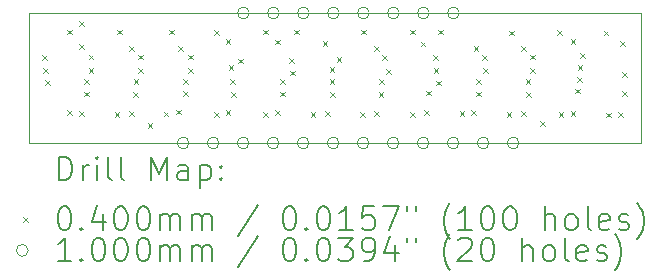
<source format=gbr>
%TF.GenerationSoftware,KiCad,Pcbnew,7.99.0-3522-gc5520b3eef-dirty*%
%TF.CreationDate,2023-12-16T18:04:05+00:00*%
%TF.ProjectId,display module,64697370-6c61-4792-906d-6f64756c652e,rev?*%
%TF.SameCoordinates,Original*%
%TF.FileFunction,Drillmap*%
%TF.FilePolarity,Positive*%
%FSLAX45Y45*%
G04 Gerber Fmt 4.5, Leading zero omitted, Abs format (unit mm)*
G04 Created by KiCad (PCBNEW 7.99.0-3522-gc5520b3eef-dirty) date 2023-12-16 18:04:05*
%MOMM*%
%LPD*%
G01*
G04 APERTURE LIST*
%ADD10C,0.100000*%
%ADD11C,0.200000*%
G04 APERTURE END LIST*
D10*
X13092820Y-5060000D02*
X18280000Y-5060000D01*
X18280000Y-6160000D01*
X13092820Y-6160000D01*
X13092820Y-5060000D01*
D11*
D10*
X13203614Y-5417573D02*
X13243614Y-5457573D01*
X13243614Y-5417573D02*
X13203614Y-5457573D01*
X13212603Y-5528546D02*
X13252603Y-5568546D01*
X13252603Y-5528546D02*
X13212603Y-5568546D01*
X13230000Y-5630000D02*
X13270000Y-5670000D01*
X13270000Y-5630000D02*
X13230000Y-5670000D01*
X13420000Y-5200000D02*
X13460000Y-5240000D01*
X13460000Y-5200000D02*
X13420000Y-5240000D01*
X13420000Y-5880000D02*
X13460000Y-5920000D01*
X13460000Y-5880000D02*
X13420000Y-5920000D01*
X13520000Y-5127550D02*
X13560000Y-5167550D01*
X13560000Y-5127550D02*
X13520000Y-5167550D01*
X13520000Y-5320000D02*
X13560000Y-5360000D01*
X13560000Y-5320000D02*
X13520000Y-5360000D01*
X13520000Y-5887550D02*
X13560000Y-5927550D01*
X13560000Y-5887550D02*
X13520000Y-5927550D01*
X13560000Y-5620000D02*
X13600000Y-5660000D01*
X13600000Y-5620000D02*
X13560000Y-5660000D01*
X13561087Y-5725720D02*
X13601087Y-5765720D01*
X13601087Y-5725720D02*
X13561087Y-5765720D01*
X13600000Y-5412500D02*
X13640000Y-5452500D01*
X13640000Y-5412500D02*
X13600000Y-5452500D01*
X13600000Y-5523073D02*
X13640000Y-5563073D01*
X13640000Y-5523073D02*
X13600000Y-5563073D01*
X13820000Y-5900000D02*
X13860000Y-5940000D01*
X13860000Y-5900000D02*
X13820000Y-5940000D01*
X13840000Y-5200000D02*
X13880000Y-5240000D01*
X13880000Y-5200000D02*
X13840000Y-5240000D01*
X13940000Y-5340000D02*
X13980000Y-5380000D01*
X13980000Y-5340000D02*
X13940000Y-5380000D01*
X13940000Y-5887550D02*
X13980000Y-5927550D01*
X13980000Y-5887550D02*
X13940000Y-5927550D01*
X13978342Y-5727023D02*
X14018342Y-5767023D01*
X14018342Y-5727023D02*
X13978342Y-5767023D01*
X13980000Y-5620000D02*
X14020000Y-5660000D01*
X14020000Y-5620000D02*
X13980000Y-5660000D01*
X14020000Y-5412500D02*
X14060000Y-5452500D01*
X14060000Y-5412500D02*
X14020000Y-5452500D01*
X14020000Y-5523073D02*
X14060000Y-5563073D01*
X14060000Y-5523073D02*
X14020000Y-5563073D01*
X14100000Y-5992450D02*
X14140000Y-6032450D01*
X14140000Y-5992450D02*
X14100000Y-6032450D01*
X14234741Y-5893426D02*
X14274741Y-5933426D01*
X14274741Y-5893426D02*
X14234741Y-5933426D01*
X14280000Y-5200000D02*
X14320000Y-5240000D01*
X14320000Y-5200000D02*
X14280000Y-5240000D01*
X14340000Y-5877550D02*
X14380000Y-5917550D01*
X14380000Y-5877550D02*
X14340000Y-5917550D01*
X14360000Y-5340000D02*
X14400000Y-5380000D01*
X14400000Y-5340000D02*
X14360000Y-5380000D01*
X14399403Y-5719948D02*
X14439403Y-5759948D01*
X14439403Y-5719948D02*
X14399403Y-5759948D01*
X14400000Y-5620000D02*
X14440000Y-5660000D01*
X14440000Y-5620000D02*
X14400000Y-5660000D01*
X14440000Y-5412500D02*
X14480000Y-5452500D01*
X14480000Y-5412500D02*
X14440000Y-5452500D01*
X14440000Y-5523073D02*
X14480000Y-5563073D01*
X14480000Y-5523073D02*
X14440000Y-5563073D01*
X14660000Y-5900000D02*
X14700000Y-5940000D01*
X14700000Y-5900000D02*
X14660000Y-5940000D01*
X14661250Y-5201250D02*
X14701250Y-5241250D01*
X14701250Y-5201250D02*
X14661250Y-5241250D01*
X14760000Y-5280000D02*
X14800000Y-5320000D01*
X14800000Y-5280000D02*
X14760000Y-5320000D01*
X14760000Y-5880000D02*
X14800000Y-5920000D01*
X14800000Y-5880000D02*
X14760000Y-5920000D01*
X14784464Y-5501390D02*
X14824464Y-5541390D01*
X14824464Y-5501390D02*
X14784464Y-5541390D01*
X14800000Y-5620000D02*
X14840000Y-5660000D01*
X14840000Y-5620000D02*
X14800000Y-5660000D01*
X14807044Y-5726436D02*
X14847044Y-5766436D01*
X14847044Y-5726436D02*
X14807044Y-5766436D01*
X14867420Y-5445637D02*
X14907420Y-5485637D01*
X14907420Y-5445637D02*
X14867420Y-5485637D01*
X15076250Y-5200000D02*
X15116250Y-5240000D01*
X15116250Y-5200000D02*
X15076250Y-5240000D01*
X15080000Y-5900000D02*
X15120000Y-5940000D01*
X15120000Y-5900000D02*
X15080000Y-5940000D01*
X15180000Y-5880000D02*
X15220000Y-5920000D01*
X15220000Y-5880000D02*
X15180000Y-5920000D01*
X15181930Y-5284390D02*
X15221930Y-5324390D01*
X15221930Y-5284390D02*
X15181930Y-5324390D01*
X15220000Y-5620000D02*
X15260000Y-5660000D01*
X15260000Y-5620000D02*
X15220000Y-5660000D01*
X15220751Y-5725888D02*
X15260751Y-5765888D01*
X15260751Y-5725888D02*
X15220751Y-5765888D01*
X15296594Y-5443678D02*
X15336594Y-5483678D01*
X15336594Y-5443678D02*
X15296594Y-5483678D01*
X15306927Y-5547550D02*
X15346927Y-5587550D01*
X15346927Y-5547550D02*
X15306927Y-5587550D01*
X15340000Y-5200000D02*
X15380000Y-5240000D01*
X15380000Y-5200000D02*
X15340000Y-5240000D01*
X15480000Y-5900000D02*
X15520000Y-5940000D01*
X15520000Y-5900000D02*
X15480000Y-5940000D01*
X15580700Y-5300000D02*
X15620700Y-5340000D01*
X15620700Y-5300000D02*
X15580700Y-5340000D01*
X15600000Y-5887550D02*
X15640000Y-5927550D01*
X15640000Y-5887550D02*
X15600000Y-5927550D01*
X15640000Y-5520050D02*
X15680000Y-5560050D01*
X15680000Y-5520050D02*
X15640000Y-5560050D01*
X15640000Y-5620000D02*
X15680000Y-5660000D01*
X15680000Y-5620000D02*
X15640000Y-5660000D01*
X15644606Y-5726591D02*
X15684606Y-5766591D01*
X15684606Y-5726591D02*
X15644606Y-5766591D01*
X15699665Y-5432023D02*
X15739665Y-5472023D01*
X15739665Y-5432023D02*
X15699665Y-5472023D01*
X15900000Y-5900000D02*
X15940000Y-5940000D01*
X15940000Y-5900000D02*
X15900000Y-5940000D01*
X15906250Y-5200000D02*
X15946250Y-5240000D01*
X15946250Y-5200000D02*
X15906250Y-5240000D01*
X16020000Y-5340000D02*
X16060000Y-5380000D01*
X16060000Y-5340000D02*
X16020000Y-5380000D01*
X16020000Y-5887550D02*
X16060000Y-5927550D01*
X16060000Y-5887550D02*
X16020000Y-5927550D01*
X16055993Y-5728347D02*
X16095993Y-5768347D01*
X16095993Y-5728347D02*
X16055993Y-5768347D01*
X16060000Y-5620000D02*
X16100000Y-5660000D01*
X16100000Y-5620000D02*
X16060000Y-5660000D01*
X16083725Y-5417001D02*
X16123725Y-5457001D01*
X16123725Y-5417001D02*
X16083725Y-5457001D01*
X16116500Y-5537373D02*
X16156500Y-5577373D01*
X16156500Y-5537373D02*
X16116500Y-5577373D01*
X16320000Y-5200000D02*
X16360000Y-5240000D01*
X16360000Y-5200000D02*
X16320000Y-5240000D01*
X16320000Y-5900000D02*
X16360000Y-5940000D01*
X16360000Y-5900000D02*
X16320000Y-5940000D01*
X16410700Y-5300882D02*
X16450700Y-5340882D01*
X16450700Y-5300882D02*
X16410700Y-5340882D01*
X16440000Y-5880000D02*
X16480000Y-5920000D01*
X16480000Y-5880000D02*
X16440000Y-5920000D01*
X16455758Y-5716966D02*
X16495758Y-5756966D01*
X16495758Y-5716966D02*
X16455758Y-5756966D01*
X16518344Y-5413142D02*
X16558344Y-5453142D01*
X16558344Y-5413142D02*
X16518344Y-5453142D01*
X16520000Y-5523073D02*
X16560000Y-5563073D01*
X16560000Y-5523073D02*
X16520000Y-5563073D01*
X16540000Y-5631500D02*
X16580000Y-5671500D01*
X16580000Y-5631500D02*
X16540000Y-5671500D01*
X16560000Y-5200000D02*
X16600000Y-5240000D01*
X16600000Y-5200000D02*
X16560000Y-5240000D01*
X16740000Y-5892450D02*
X16780000Y-5932450D01*
X16780000Y-5892450D02*
X16740000Y-5932450D01*
X16840000Y-5880000D02*
X16880000Y-5920000D01*
X16880000Y-5880000D02*
X16840000Y-5920000D01*
X16860000Y-5340000D02*
X16900000Y-5380000D01*
X16900000Y-5340000D02*
X16860000Y-5380000D01*
X16880000Y-5620000D02*
X16920000Y-5660000D01*
X16920000Y-5620000D02*
X16880000Y-5660000D01*
X16880751Y-5725888D02*
X16920751Y-5765888D01*
X16920751Y-5725888D02*
X16880751Y-5765888D01*
X16933922Y-5414512D02*
X16973922Y-5454512D01*
X16973922Y-5414512D02*
X16933922Y-5454512D01*
X16940000Y-5523073D02*
X16980000Y-5563073D01*
X16980000Y-5523073D02*
X16940000Y-5563073D01*
X17140000Y-5900000D02*
X17180000Y-5940000D01*
X17180000Y-5900000D02*
X17140000Y-5940000D01*
X17160000Y-5207550D02*
X17200000Y-5247550D01*
X17200000Y-5207550D02*
X17160000Y-5247550D01*
X17260000Y-5340000D02*
X17300000Y-5380000D01*
X17300000Y-5340000D02*
X17260000Y-5380000D01*
X17260000Y-5887550D02*
X17300000Y-5927550D01*
X17300000Y-5887550D02*
X17260000Y-5927550D01*
X17300000Y-5620000D02*
X17340000Y-5660000D01*
X17340000Y-5620000D02*
X17300000Y-5660000D01*
X17304606Y-5726591D02*
X17344606Y-5766591D01*
X17344606Y-5726591D02*
X17304606Y-5766591D01*
X17340000Y-5412500D02*
X17380000Y-5452500D01*
X17380000Y-5412500D02*
X17340000Y-5452500D01*
X17340000Y-5523073D02*
X17380000Y-5563073D01*
X17380000Y-5523073D02*
X17340000Y-5563073D01*
X17420000Y-5972450D02*
X17460000Y-6012450D01*
X17460000Y-5972450D02*
X17420000Y-6012450D01*
X17566250Y-5206250D02*
X17606250Y-5246250D01*
X17606250Y-5206250D02*
X17566250Y-5246250D01*
X17580000Y-5900000D02*
X17620000Y-5940000D01*
X17620000Y-5900000D02*
X17580000Y-5940000D01*
X17680000Y-5280000D02*
X17720000Y-5320000D01*
X17720000Y-5280000D02*
X17680000Y-5320000D01*
X17680000Y-5887550D02*
X17720000Y-5927550D01*
X17720000Y-5887550D02*
X17680000Y-5927550D01*
X17720000Y-5700000D02*
X17760000Y-5740000D01*
X17760000Y-5700000D02*
X17720000Y-5740000D01*
X17738770Y-5601230D02*
X17778770Y-5641230D01*
X17778770Y-5601230D02*
X17738770Y-5641230D01*
X17740000Y-5500000D02*
X17780000Y-5540000D01*
X17780000Y-5500000D02*
X17740000Y-5540000D01*
X17759675Y-5400278D02*
X17799675Y-5440278D01*
X17799675Y-5400278D02*
X17759675Y-5440278D01*
X17960000Y-5207550D02*
X18000000Y-5247550D01*
X18000000Y-5207550D02*
X17960000Y-5247550D01*
X17982581Y-5902550D02*
X18022581Y-5942550D01*
X18022581Y-5902550D02*
X17982581Y-5942550D01*
X18082497Y-5899935D02*
X18122497Y-5939935D01*
X18122497Y-5899935D02*
X18082497Y-5939935D01*
X18100000Y-5300000D02*
X18140000Y-5340000D01*
X18140000Y-5300000D02*
X18100000Y-5340000D01*
X18120000Y-5560000D02*
X18160000Y-5600000D01*
X18160000Y-5560000D02*
X18120000Y-5600000D01*
X18120000Y-5720000D02*
X18160000Y-5760000D01*
X18160000Y-5720000D02*
X18120000Y-5760000D01*
X14450000Y-6160000D02*
G75*
G02*
X14450000Y-6160000I-50000J0D01*
G01*
X14704000Y-6160000D02*
G75*
G02*
X14704000Y-6160000I-50000J0D01*
G01*
X14958000Y-6160000D02*
G75*
G02*
X14958000Y-6160000I-50000J0D01*
G01*
X14960000Y-5060000D02*
G75*
G02*
X14960000Y-5060000I-50000J0D01*
G01*
X15212000Y-6160000D02*
G75*
G02*
X15212000Y-6160000I-50000J0D01*
G01*
X15214000Y-5060000D02*
G75*
G02*
X15214000Y-5060000I-50000J0D01*
G01*
X15466000Y-6160000D02*
G75*
G02*
X15466000Y-6160000I-50000J0D01*
G01*
X15468000Y-5060000D02*
G75*
G02*
X15468000Y-5060000I-50000J0D01*
G01*
X15720000Y-6160000D02*
G75*
G02*
X15720000Y-6160000I-50000J0D01*
G01*
X15722000Y-5060000D02*
G75*
G02*
X15722000Y-5060000I-50000J0D01*
G01*
X15974000Y-6160000D02*
G75*
G02*
X15974000Y-6160000I-50000J0D01*
G01*
X15976000Y-5060000D02*
G75*
G02*
X15976000Y-5060000I-50000J0D01*
G01*
X16228000Y-6160000D02*
G75*
G02*
X16228000Y-6160000I-50000J0D01*
G01*
X16230000Y-5060000D02*
G75*
G02*
X16230000Y-5060000I-50000J0D01*
G01*
X16482000Y-6160000D02*
G75*
G02*
X16482000Y-6160000I-50000J0D01*
G01*
X16484000Y-5060000D02*
G75*
G02*
X16484000Y-5060000I-50000J0D01*
G01*
X16736000Y-6160000D02*
G75*
G02*
X16736000Y-6160000I-50000J0D01*
G01*
X16738000Y-5060000D02*
G75*
G02*
X16738000Y-5060000I-50000J0D01*
G01*
X16990000Y-6160000D02*
G75*
G02*
X16990000Y-6160000I-50000J0D01*
G01*
X17244000Y-6160000D02*
G75*
G02*
X17244000Y-6160000I-50000J0D01*
G01*
D11*
X13348596Y-6476484D02*
X13348596Y-6276484D01*
X13348596Y-6276484D02*
X13396215Y-6276484D01*
X13396215Y-6276484D02*
X13424787Y-6286008D01*
X13424787Y-6286008D02*
X13443834Y-6305055D01*
X13443834Y-6305055D02*
X13453358Y-6324103D01*
X13453358Y-6324103D02*
X13462882Y-6362198D01*
X13462882Y-6362198D02*
X13462882Y-6390769D01*
X13462882Y-6390769D02*
X13453358Y-6428865D01*
X13453358Y-6428865D02*
X13443834Y-6447912D01*
X13443834Y-6447912D02*
X13424787Y-6466960D01*
X13424787Y-6466960D02*
X13396215Y-6476484D01*
X13396215Y-6476484D02*
X13348596Y-6476484D01*
X13548596Y-6476484D02*
X13548596Y-6343150D01*
X13548596Y-6381246D02*
X13558120Y-6362198D01*
X13558120Y-6362198D02*
X13567644Y-6352674D01*
X13567644Y-6352674D02*
X13586692Y-6343150D01*
X13586692Y-6343150D02*
X13605739Y-6343150D01*
X13672406Y-6476484D02*
X13672406Y-6343150D01*
X13672406Y-6276484D02*
X13662882Y-6286008D01*
X13662882Y-6286008D02*
X13672406Y-6295531D01*
X13672406Y-6295531D02*
X13681930Y-6286008D01*
X13681930Y-6286008D02*
X13672406Y-6276484D01*
X13672406Y-6276484D02*
X13672406Y-6295531D01*
X13796215Y-6476484D02*
X13777168Y-6466960D01*
X13777168Y-6466960D02*
X13767644Y-6447912D01*
X13767644Y-6447912D02*
X13767644Y-6276484D01*
X13900977Y-6476484D02*
X13881930Y-6466960D01*
X13881930Y-6466960D02*
X13872406Y-6447912D01*
X13872406Y-6447912D02*
X13872406Y-6276484D01*
X14129549Y-6476484D02*
X14129549Y-6276484D01*
X14129549Y-6276484D02*
X14196215Y-6419341D01*
X14196215Y-6419341D02*
X14262882Y-6276484D01*
X14262882Y-6276484D02*
X14262882Y-6476484D01*
X14443834Y-6476484D02*
X14443834Y-6371722D01*
X14443834Y-6371722D02*
X14434311Y-6352674D01*
X14434311Y-6352674D02*
X14415263Y-6343150D01*
X14415263Y-6343150D02*
X14377168Y-6343150D01*
X14377168Y-6343150D02*
X14358120Y-6352674D01*
X14443834Y-6466960D02*
X14424787Y-6476484D01*
X14424787Y-6476484D02*
X14377168Y-6476484D01*
X14377168Y-6476484D02*
X14358120Y-6466960D01*
X14358120Y-6466960D02*
X14348596Y-6447912D01*
X14348596Y-6447912D02*
X14348596Y-6428865D01*
X14348596Y-6428865D02*
X14358120Y-6409817D01*
X14358120Y-6409817D02*
X14377168Y-6400293D01*
X14377168Y-6400293D02*
X14424787Y-6400293D01*
X14424787Y-6400293D02*
X14443834Y-6390769D01*
X14539073Y-6343150D02*
X14539073Y-6543150D01*
X14539073Y-6352674D02*
X14558120Y-6343150D01*
X14558120Y-6343150D02*
X14596215Y-6343150D01*
X14596215Y-6343150D02*
X14615263Y-6352674D01*
X14615263Y-6352674D02*
X14624787Y-6362198D01*
X14624787Y-6362198D02*
X14634311Y-6381246D01*
X14634311Y-6381246D02*
X14634311Y-6438388D01*
X14634311Y-6438388D02*
X14624787Y-6457436D01*
X14624787Y-6457436D02*
X14615263Y-6466960D01*
X14615263Y-6466960D02*
X14596215Y-6476484D01*
X14596215Y-6476484D02*
X14558120Y-6476484D01*
X14558120Y-6476484D02*
X14539073Y-6466960D01*
X14720025Y-6457436D02*
X14729549Y-6466960D01*
X14729549Y-6466960D02*
X14720025Y-6476484D01*
X14720025Y-6476484D02*
X14710501Y-6466960D01*
X14710501Y-6466960D02*
X14720025Y-6457436D01*
X14720025Y-6457436D02*
X14720025Y-6476484D01*
X14720025Y-6352674D02*
X14729549Y-6362198D01*
X14729549Y-6362198D02*
X14720025Y-6371722D01*
X14720025Y-6371722D02*
X14710501Y-6362198D01*
X14710501Y-6362198D02*
X14720025Y-6352674D01*
X14720025Y-6352674D02*
X14720025Y-6371722D01*
D10*
X13047820Y-6785000D02*
X13087820Y-6825000D01*
X13087820Y-6785000D02*
X13047820Y-6825000D01*
D11*
X13386692Y-6696484D02*
X13405739Y-6696484D01*
X13405739Y-6696484D02*
X13424787Y-6706008D01*
X13424787Y-6706008D02*
X13434311Y-6715531D01*
X13434311Y-6715531D02*
X13443834Y-6734579D01*
X13443834Y-6734579D02*
X13453358Y-6772674D01*
X13453358Y-6772674D02*
X13453358Y-6820293D01*
X13453358Y-6820293D02*
X13443834Y-6858388D01*
X13443834Y-6858388D02*
X13434311Y-6877436D01*
X13434311Y-6877436D02*
X13424787Y-6886960D01*
X13424787Y-6886960D02*
X13405739Y-6896484D01*
X13405739Y-6896484D02*
X13386692Y-6896484D01*
X13386692Y-6896484D02*
X13367644Y-6886960D01*
X13367644Y-6886960D02*
X13358120Y-6877436D01*
X13358120Y-6877436D02*
X13348596Y-6858388D01*
X13348596Y-6858388D02*
X13339073Y-6820293D01*
X13339073Y-6820293D02*
X13339073Y-6772674D01*
X13339073Y-6772674D02*
X13348596Y-6734579D01*
X13348596Y-6734579D02*
X13358120Y-6715531D01*
X13358120Y-6715531D02*
X13367644Y-6706008D01*
X13367644Y-6706008D02*
X13386692Y-6696484D01*
X13539073Y-6877436D02*
X13548596Y-6886960D01*
X13548596Y-6886960D02*
X13539073Y-6896484D01*
X13539073Y-6896484D02*
X13529549Y-6886960D01*
X13529549Y-6886960D02*
X13539073Y-6877436D01*
X13539073Y-6877436D02*
X13539073Y-6896484D01*
X13720025Y-6763150D02*
X13720025Y-6896484D01*
X13672406Y-6686960D02*
X13624787Y-6829817D01*
X13624787Y-6829817D02*
X13748596Y-6829817D01*
X13862882Y-6696484D02*
X13881930Y-6696484D01*
X13881930Y-6696484D02*
X13900977Y-6706008D01*
X13900977Y-6706008D02*
X13910501Y-6715531D01*
X13910501Y-6715531D02*
X13920025Y-6734579D01*
X13920025Y-6734579D02*
X13929549Y-6772674D01*
X13929549Y-6772674D02*
X13929549Y-6820293D01*
X13929549Y-6820293D02*
X13920025Y-6858388D01*
X13920025Y-6858388D02*
X13910501Y-6877436D01*
X13910501Y-6877436D02*
X13900977Y-6886960D01*
X13900977Y-6886960D02*
X13881930Y-6896484D01*
X13881930Y-6896484D02*
X13862882Y-6896484D01*
X13862882Y-6896484D02*
X13843834Y-6886960D01*
X13843834Y-6886960D02*
X13834311Y-6877436D01*
X13834311Y-6877436D02*
X13824787Y-6858388D01*
X13824787Y-6858388D02*
X13815263Y-6820293D01*
X13815263Y-6820293D02*
X13815263Y-6772674D01*
X13815263Y-6772674D02*
X13824787Y-6734579D01*
X13824787Y-6734579D02*
X13834311Y-6715531D01*
X13834311Y-6715531D02*
X13843834Y-6706008D01*
X13843834Y-6706008D02*
X13862882Y-6696484D01*
X14053358Y-6696484D02*
X14072406Y-6696484D01*
X14072406Y-6696484D02*
X14091454Y-6706008D01*
X14091454Y-6706008D02*
X14100977Y-6715531D01*
X14100977Y-6715531D02*
X14110501Y-6734579D01*
X14110501Y-6734579D02*
X14120025Y-6772674D01*
X14120025Y-6772674D02*
X14120025Y-6820293D01*
X14120025Y-6820293D02*
X14110501Y-6858388D01*
X14110501Y-6858388D02*
X14100977Y-6877436D01*
X14100977Y-6877436D02*
X14091454Y-6886960D01*
X14091454Y-6886960D02*
X14072406Y-6896484D01*
X14072406Y-6896484D02*
X14053358Y-6896484D01*
X14053358Y-6896484D02*
X14034311Y-6886960D01*
X14034311Y-6886960D02*
X14024787Y-6877436D01*
X14024787Y-6877436D02*
X14015263Y-6858388D01*
X14015263Y-6858388D02*
X14005739Y-6820293D01*
X14005739Y-6820293D02*
X14005739Y-6772674D01*
X14005739Y-6772674D02*
X14015263Y-6734579D01*
X14015263Y-6734579D02*
X14024787Y-6715531D01*
X14024787Y-6715531D02*
X14034311Y-6706008D01*
X14034311Y-6706008D02*
X14053358Y-6696484D01*
X14205739Y-6896484D02*
X14205739Y-6763150D01*
X14205739Y-6782198D02*
X14215263Y-6772674D01*
X14215263Y-6772674D02*
X14234311Y-6763150D01*
X14234311Y-6763150D02*
X14262882Y-6763150D01*
X14262882Y-6763150D02*
X14281930Y-6772674D01*
X14281930Y-6772674D02*
X14291454Y-6791722D01*
X14291454Y-6791722D02*
X14291454Y-6896484D01*
X14291454Y-6791722D02*
X14300977Y-6772674D01*
X14300977Y-6772674D02*
X14320025Y-6763150D01*
X14320025Y-6763150D02*
X14348596Y-6763150D01*
X14348596Y-6763150D02*
X14367644Y-6772674D01*
X14367644Y-6772674D02*
X14377168Y-6791722D01*
X14377168Y-6791722D02*
X14377168Y-6896484D01*
X14472406Y-6896484D02*
X14472406Y-6763150D01*
X14472406Y-6782198D02*
X14481930Y-6772674D01*
X14481930Y-6772674D02*
X14500977Y-6763150D01*
X14500977Y-6763150D02*
X14529549Y-6763150D01*
X14529549Y-6763150D02*
X14548596Y-6772674D01*
X14548596Y-6772674D02*
X14558120Y-6791722D01*
X14558120Y-6791722D02*
X14558120Y-6896484D01*
X14558120Y-6791722D02*
X14567644Y-6772674D01*
X14567644Y-6772674D02*
X14586692Y-6763150D01*
X14586692Y-6763150D02*
X14615263Y-6763150D01*
X14615263Y-6763150D02*
X14634311Y-6772674D01*
X14634311Y-6772674D02*
X14643835Y-6791722D01*
X14643835Y-6791722D02*
X14643835Y-6896484D01*
X15034311Y-6686960D02*
X14862882Y-6944103D01*
X15291454Y-6696484D02*
X15310501Y-6696484D01*
X15310501Y-6696484D02*
X15329549Y-6706008D01*
X15329549Y-6706008D02*
X15339073Y-6715531D01*
X15339073Y-6715531D02*
X15348597Y-6734579D01*
X15348597Y-6734579D02*
X15358120Y-6772674D01*
X15358120Y-6772674D02*
X15358120Y-6820293D01*
X15358120Y-6820293D02*
X15348597Y-6858388D01*
X15348597Y-6858388D02*
X15339073Y-6877436D01*
X15339073Y-6877436D02*
X15329549Y-6886960D01*
X15329549Y-6886960D02*
X15310501Y-6896484D01*
X15310501Y-6896484D02*
X15291454Y-6896484D01*
X15291454Y-6896484D02*
X15272406Y-6886960D01*
X15272406Y-6886960D02*
X15262882Y-6877436D01*
X15262882Y-6877436D02*
X15253358Y-6858388D01*
X15253358Y-6858388D02*
X15243835Y-6820293D01*
X15243835Y-6820293D02*
X15243835Y-6772674D01*
X15243835Y-6772674D02*
X15253358Y-6734579D01*
X15253358Y-6734579D02*
X15262882Y-6715531D01*
X15262882Y-6715531D02*
X15272406Y-6706008D01*
X15272406Y-6706008D02*
X15291454Y-6696484D01*
X15443835Y-6877436D02*
X15453358Y-6886960D01*
X15453358Y-6886960D02*
X15443835Y-6896484D01*
X15443835Y-6896484D02*
X15434311Y-6886960D01*
X15434311Y-6886960D02*
X15443835Y-6877436D01*
X15443835Y-6877436D02*
X15443835Y-6896484D01*
X15577168Y-6696484D02*
X15596216Y-6696484D01*
X15596216Y-6696484D02*
X15615263Y-6706008D01*
X15615263Y-6706008D02*
X15624787Y-6715531D01*
X15624787Y-6715531D02*
X15634311Y-6734579D01*
X15634311Y-6734579D02*
X15643835Y-6772674D01*
X15643835Y-6772674D02*
X15643835Y-6820293D01*
X15643835Y-6820293D02*
X15634311Y-6858388D01*
X15634311Y-6858388D02*
X15624787Y-6877436D01*
X15624787Y-6877436D02*
X15615263Y-6886960D01*
X15615263Y-6886960D02*
X15596216Y-6896484D01*
X15596216Y-6896484D02*
X15577168Y-6896484D01*
X15577168Y-6896484D02*
X15558120Y-6886960D01*
X15558120Y-6886960D02*
X15548597Y-6877436D01*
X15548597Y-6877436D02*
X15539073Y-6858388D01*
X15539073Y-6858388D02*
X15529549Y-6820293D01*
X15529549Y-6820293D02*
X15529549Y-6772674D01*
X15529549Y-6772674D02*
X15539073Y-6734579D01*
X15539073Y-6734579D02*
X15548597Y-6715531D01*
X15548597Y-6715531D02*
X15558120Y-6706008D01*
X15558120Y-6706008D02*
X15577168Y-6696484D01*
X15834311Y-6896484D02*
X15720025Y-6896484D01*
X15777168Y-6896484D02*
X15777168Y-6696484D01*
X15777168Y-6696484D02*
X15758120Y-6725055D01*
X15758120Y-6725055D02*
X15739073Y-6744103D01*
X15739073Y-6744103D02*
X15720025Y-6753627D01*
X16015263Y-6696484D02*
X15920025Y-6696484D01*
X15920025Y-6696484D02*
X15910501Y-6791722D01*
X15910501Y-6791722D02*
X15920025Y-6782198D01*
X15920025Y-6782198D02*
X15939073Y-6772674D01*
X15939073Y-6772674D02*
X15986692Y-6772674D01*
X15986692Y-6772674D02*
X16005739Y-6782198D01*
X16005739Y-6782198D02*
X16015263Y-6791722D01*
X16015263Y-6791722D02*
X16024787Y-6810769D01*
X16024787Y-6810769D02*
X16024787Y-6858388D01*
X16024787Y-6858388D02*
X16015263Y-6877436D01*
X16015263Y-6877436D02*
X16005739Y-6886960D01*
X16005739Y-6886960D02*
X15986692Y-6896484D01*
X15986692Y-6896484D02*
X15939073Y-6896484D01*
X15939073Y-6896484D02*
X15920025Y-6886960D01*
X15920025Y-6886960D02*
X15910501Y-6877436D01*
X16091454Y-6696484D02*
X16224787Y-6696484D01*
X16224787Y-6696484D02*
X16139073Y-6896484D01*
X16291454Y-6696484D02*
X16291454Y-6734579D01*
X16367644Y-6696484D02*
X16367644Y-6734579D01*
X16662882Y-6972674D02*
X16653359Y-6963150D01*
X16653359Y-6963150D02*
X16634311Y-6934579D01*
X16634311Y-6934579D02*
X16624787Y-6915531D01*
X16624787Y-6915531D02*
X16615263Y-6886960D01*
X16615263Y-6886960D02*
X16605740Y-6839341D01*
X16605740Y-6839341D02*
X16605740Y-6801246D01*
X16605740Y-6801246D02*
X16615263Y-6753627D01*
X16615263Y-6753627D02*
X16624787Y-6725055D01*
X16624787Y-6725055D02*
X16634311Y-6706008D01*
X16634311Y-6706008D02*
X16653359Y-6677436D01*
X16653359Y-6677436D02*
X16662882Y-6667912D01*
X16843835Y-6896484D02*
X16729549Y-6896484D01*
X16786692Y-6896484D02*
X16786692Y-6696484D01*
X16786692Y-6696484D02*
X16767644Y-6725055D01*
X16767644Y-6725055D02*
X16748597Y-6744103D01*
X16748597Y-6744103D02*
X16729549Y-6753627D01*
X16967644Y-6696484D02*
X16986692Y-6696484D01*
X16986692Y-6696484D02*
X17005740Y-6706008D01*
X17005740Y-6706008D02*
X17015263Y-6715531D01*
X17015263Y-6715531D02*
X17024787Y-6734579D01*
X17024787Y-6734579D02*
X17034311Y-6772674D01*
X17034311Y-6772674D02*
X17034311Y-6820293D01*
X17034311Y-6820293D02*
X17024787Y-6858388D01*
X17024787Y-6858388D02*
X17015263Y-6877436D01*
X17015263Y-6877436D02*
X17005740Y-6886960D01*
X17005740Y-6886960D02*
X16986692Y-6896484D01*
X16986692Y-6896484D02*
X16967644Y-6896484D01*
X16967644Y-6896484D02*
X16948597Y-6886960D01*
X16948597Y-6886960D02*
X16939073Y-6877436D01*
X16939073Y-6877436D02*
X16929549Y-6858388D01*
X16929549Y-6858388D02*
X16920025Y-6820293D01*
X16920025Y-6820293D02*
X16920025Y-6772674D01*
X16920025Y-6772674D02*
X16929549Y-6734579D01*
X16929549Y-6734579D02*
X16939073Y-6715531D01*
X16939073Y-6715531D02*
X16948597Y-6706008D01*
X16948597Y-6706008D02*
X16967644Y-6696484D01*
X17158121Y-6696484D02*
X17177168Y-6696484D01*
X17177168Y-6696484D02*
X17196216Y-6706008D01*
X17196216Y-6706008D02*
X17205740Y-6715531D01*
X17205740Y-6715531D02*
X17215263Y-6734579D01*
X17215263Y-6734579D02*
X17224787Y-6772674D01*
X17224787Y-6772674D02*
X17224787Y-6820293D01*
X17224787Y-6820293D02*
X17215263Y-6858388D01*
X17215263Y-6858388D02*
X17205740Y-6877436D01*
X17205740Y-6877436D02*
X17196216Y-6886960D01*
X17196216Y-6886960D02*
X17177168Y-6896484D01*
X17177168Y-6896484D02*
X17158121Y-6896484D01*
X17158121Y-6896484D02*
X17139073Y-6886960D01*
X17139073Y-6886960D02*
X17129549Y-6877436D01*
X17129549Y-6877436D02*
X17120025Y-6858388D01*
X17120025Y-6858388D02*
X17110502Y-6820293D01*
X17110502Y-6820293D02*
X17110502Y-6772674D01*
X17110502Y-6772674D02*
X17120025Y-6734579D01*
X17120025Y-6734579D02*
X17129549Y-6715531D01*
X17129549Y-6715531D02*
X17139073Y-6706008D01*
X17139073Y-6706008D02*
X17158121Y-6696484D01*
X17462883Y-6896484D02*
X17462883Y-6696484D01*
X17548597Y-6896484D02*
X17548597Y-6791722D01*
X17548597Y-6791722D02*
X17539073Y-6772674D01*
X17539073Y-6772674D02*
X17520025Y-6763150D01*
X17520025Y-6763150D02*
X17491454Y-6763150D01*
X17491454Y-6763150D02*
X17472406Y-6772674D01*
X17472406Y-6772674D02*
X17462883Y-6782198D01*
X17672406Y-6896484D02*
X17653359Y-6886960D01*
X17653359Y-6886960D02*
X17643835Y-6877436D01*
X17643835Y-6877436D02*
X17634311Y-6858388D01*
X17634311Y-6858388D02*
X17634311Y-6801246D01*
X17634311Y-6801246D02*
X17643835Y-6782198D01*
X17643835Y-6782198D02*
X17653359Y-6772674D01*
X17653359Y-6772674D02*
X17672406Y-6763150D01*
X17672406Y-6763150D02*
X17700978Y-6763150D01*
X17700978Y-6763150D02*
X17720025Y-6772674D01*
X17720025Y-6772674D02*
X17729549Y-6782198D01*
X17729549Y-6782198D02*
X17739073Y-6801246D01*
X17739073Y-6801246D02*
X17739073Y-6858388D01*
X17739073Y-6858388D02*
X17729549Y-6877436D01*
X17729549Y-6877436D02*
X17720025Y-6886960D01*
X17720025Y-6886960D02*
X17700978Y-6896484D01*
X17700978Y-6896484D02*
X17672406Y-6896484D01*
X17853359Y-6896484D02*
X17834311Y-6886960D01*
X17834311Y-6886960D02*
X17824787Y-6867912D01*
X17824787Y-6867912D02*
X17824787Y-6696484D01*
X18005740Y-6886960D02*
X17986692Y-6896484D01*
X17986692Y-6896484D02*
X17948597Y-6896484D01*
X17948597Y-6896484D02*
X17929549Y-6886960D01*
X17929549Y-6886960D02*
X17920025Y-6867912D01*
X17920025Y-6867912D02*
X17920025Y-6791722D01*
X17920025Y-6791722D02*
X17929549Y-6772674D01*
X17929549Y-6772674D02*
X17948597Y-6763150D01*
X17948597Y-6763150D02*
X17986692Y-6763150D01*
X17986692Y-6763150D02*
X18005740Y-6772674D01*
X18005740Y-6772674D02*
X18015264Y-6791722D01*
X18015264Y-6791722D02*
X18015264Y-6810769D01*
X18015264Y-6810769D02*
X17920025Y-6829817D01*
X18091454Y-6886960D02*
X18110502Y-6896484D01*
X18110502Y-6896484D02*
X18148597Y-6896484D01*
X18148597Y-6896484D02*
X18167645Y-6886960D01*
X18167645Y-6886960D02*
X18177168Y-6867912D01*
X18177168Y-6867912D02*
X18177168Y-6858388D01*
X18177168Y-6858388D02*
X18167645Y-6839341D01*
X18167645Y-6839341D02*
X18148597Y-6829817D01*
X18148597Y-6829817D02*
X18120025Y-6829817D01*
X18120025Y-6829817D02*
X18100978Y-6820293D01*
X18100978Y-6820293D02*
X18091454Y-6801246D01*
X18091454Y-6801246D02*
X18091454Y-6791722D01*
X18091454Y-6791722D02*
X18100978Y-6772674D01*
X18100978Y-6772674D02*
X18120025Y-6763150D01*
X18120025Y-6763150D02*
X18148597Y-6763150D01*
X18148597Y-6763150D02*
X18167645Y-6772674D01*
X18243835Y-6972674D02*
X18253359Y-6963150D01*
X18253359Y-6963150D02*
X18272406Y-6934579D01*
X18272406Y-6934579D02*
X18281930Y-6915531D01*
X18281930Y-6915531D02*
X18291454Y-6886960D01*
X18291454Y-6886960D02*
X18300978Y-6839341D01*
X18300978Y-6839341D02*
X18300978Y-6801246D01*
X18300978Y-6801246D02*
X18291454Y-6753627D01*
X18291454Y-6753627D02*
X18281930Y-6725055D01*
X18281930Y-6725055D02*
X18272406Y-6706008D01*
X18272406Y-6706008D02*
X18253359Y-6677436D01*
X18253359Y-6677436D02*
X18243835Y-6667912D01*
D10*
X13087820Y-7069000D02*
G75*
G02*
X13087820Y-7069000I-50000J0D01*
G01*
D11*
X13453358Y-7160484D02*
X13339073Y-7160484D01*
X13396215Y-7160484D02*
X13396215Y-6960484D01*
X13396215Y-6960484D02*
X13377168Y-6989055D01*
X13377168Y-6989055D02*
X13358120Y-7008103D01*
X13358120Y-7008103D02*
X13339073Y-7017627D01*
X13539073Y-7141436D02*
X13548596Y-7150960D01*
X13548596Y-7150960D02*
X13539073Y-7160484D01*
X13539073Y-7160484D02*
X13529549Y-7150960D01*
X13529549Y-7150960D02*
X13539073Y-7141436D01*
X13539073Y-7141436D02*
X13539073Y-7160484D01*
X13672406Y-6960484D02*
X13691454Y-6960484D01*
X13691454Y-6960484D02*
X13710501Y-6970008D01*
X13710501Y-6970008D02*
X13720025Y-6979531D01*
X13720025Y-6979531D02*
X13729549Y-6998579D01*
X13729549Y-6998579D02*
X13739073Y-7036674D01*
X13739073Y-7036674D02*
X13739073Y-7084293D01*
X13739073Y-7084293D02*
X13729549Y-7122388D01*
X13729549Y-7122388D02*
X13720025Y-7141436D01*
X13720025Y-7141436D02*
X13710501Y-7150960D01*
X13710501Y-7150960D02*
X13691454Y-7160484D01*
X13691454Y-7160484D02*
X13672406Y-7160484D01*
X13672406Y-7160484D02*
X13653358Y-7150960D01*
X13653358Y-7150960D02*
X13643834Y-7141436D01*
X13643834Y-7141436D02*
X13634311Y-7122388D01*
X13634311Y-7122388D02*
X13624787Y-7084293D01*
X13624787Y-7084293D02*
X13624787Y-7036674D01*
X13624787Y-7036674D02*
X13634311Y-6998579D01*
X13634311Y-6998579D02*
X13643834Y-6979531D01*
X13643834Y-6979531D02*
X13653358Y-6970008D01*
X13653358Y-6970008D02*
X13672406Y-6960484D01*
X13862882Y-6960484D02*
X13881930Y-6960484D01*
X13881930Y-6960484D02*
X13900977Y-6970008D01*
X13900977Y-6970008D02*
X13910501Y-6979531D01*
X13910501Y-6979531D02*
X13920025Y-6998579D01*
X13920025Y-6998579D02*
X13929549Y-7036674D01*
X13929549Y-7036674D02*
X13929549Y-7084293D01*
X13929549Y-7084293D02*
X13920025Y-7122388D01*
X13920025Y-7122388D02*
X13910501Y-7141436D01*
X13910501Y-7141436D02*
X13900977Y-7150960D01*
X13900977Y-7150960D02*
X13881930Y-7160484D01*
X13881930Y-7160484D02*
X13862882Y-7160484D01*
X13862882Y-7160484D02*
X13843834Y-7150960D01*
X13843834Y-7150960D02*
X13834311Y-7141436D01*
X13834311Y-7141436D02*
X13824787Y-7122388D01*
X13824787Y-7122388D02*
X13815263Y-7084293D01*
X13815263Y-7084293D02*
X13815263Y-7036674D01*
X13815263Y-7036674D02*
X13824787Y-6998579D01*
X13824787Y-6998579D02*
X13834311Y-6979531D01*
X13834311Y-6979531D02*
X13843834Y-6970008D01*
X13843834Y-6970008D02*
X13862882Y-6960484D01*
X14053358Y-6960484D02*
X14072406Y-6960484D01*
X14072406Y-6960484D02*
X14091454Y-6970008D01*
X14091454Y-6970008D02*
X14100977Y-6979531D01*
X14100977Y-6979531D02*
X14110501Y-6998579D01*
X14110501Y-6998579D02*
X14120025Y-7036674D01*
X14120025Y-7036674D02*
X14120025Y-7084293D01*
X14120025Y-7084293D02*
X14110501Y-7122388D01*
X14110501Y-7122388D02*
X14100977Y-7141436D01*
X14100977Y-7141436D02*
X14091454Y-7150960D01*
X14091454Y-7150960D02*
X14072406Y-7160484D01*
X14072406Y-7160484D02*
X14053358Y-7160484D01*
X14053358Y-7160484D02*
X14034311Y-7150960D01*
X14034311Y-7150960D02*
X14024787Y-7141436D01*
X14024787Y-7141436D02*
X14015263Y-7122388D01*
X14015263Y-7122388D02*
X14005739Y-7084293D01*
X14005739Y-7084293D02*
X14005739Y-7036674D01*
X14005739Y-7036674D02*
X14015263Y-6998579D01*
X14015263Y-6998579D02*
X14024787Y-6979531D01*
X14024787Y-6979531D02*
X14034311Y-6970008D01*
X14034311Y-6970008D02*
X14053358Y-6960484D01*
X14205739Y-7160484D02*
X14205739Y-7027150D01*
X14205739Y-7046198D02*
X14215263Y-7036674D01*
X14215263Y-7036674D02*
X14234311Y-7027150D01*
X14234311Y-7027150D02*
X14262882Y-7027150D01*
X14262882Y-7027150D02*
X14281930Y-7036674D01*
X14281930Y-7036674D02*
X14291454Y-7055722D01*
X14291454Y-7055722D02*
X14291454Y-7160484D01*
X14291454Y-7055722D02*
X14300977Y-7036674D01*
X14300977Y-7036674D02*
X14320025Y-7027150D01*
X14320025Y-7027150D02*
X14348596Y-7027150D01*
X14348596Y-7027150D02*
X14367644Y-7036674D01*
X14367644Y-7036674D02*
X14377168Y-7055722D01*
X14377168Y-7055722D02*
X14377168Y-7160484D01*
X14472406Y-7160484D02*
X14472406Y-7027150D01*
X14472406Y-7046198D02*
X14481930Y-7036674D01*
X14481930Y-7036674D02*
X14500977Y-7027150D01*
X14500977Y-7027150D02*
X14529549Y-7027150D01*
X14529549Y-7027150D02*
X14548596Y-7036674D01*
X14548596Y-7036674D02*
X14558120Y-7055722D01*
X14558120Y-7055722D02*
X14558120Y-7160484D01*
X14558120Y-7055722D02*
X14567644Y-7036674D01*
X14567644Y-7036674D02*
X14586692Y-7027150D01*
X14586692Y-7027150D02*
X14615263Y-7027150D01*
X14615263Y-7027150D02*
X14634311Y-7036674D01*
X14634311Y-7036674D02*
X14643835Y-7055722D01*
X14643835Y-7055722D02*
X14643835Y-7160484D01*
X15034311Y-6950960D02*
X14862882Y-7208103D01*
X15291454Y-6960484D02*
X15310501Y-6960484D01*
X15310501Y-6960484D02*
X15329549Y-6970008D01*
X15329549Y-6970008D02*
X15339073Y-6979531D01*
X15339073Y-6979531D02*
X15348597Y-6998579D01*
X15348597Y-6998579D02*
X15358120Y-7036674D01*
X15358120Y-7036674D02*
X15358120Y-7084293D01*
X15358120Y-7084293D02*
X15348597Y-7122388D01*
X15348597Y-7122388D02*
X15339073Y-7141436D01*
X15339073Y-7141436D02*
X15329549Y-7150960D01*
X15329549Y-7150960D02*
X15310501Y-7160484D01*
X15310501Y-7160484D02*
X15291454Y-7160484D01*
X15291454Y-7160484D02*
X15272406Y-7150960D01*
X15272406Y-7150960D02*
X15262882Y-7141436D01*
X15262882Y-7141436D02*
X15253358Y-7122388D01*
X15253358Y-7122388D02*
X15243835Y-7084293D01*
X15243835Y-7084293D02*
X15243835Y-7036674D01*
X15243835Y-7036674D02*
X15253358Y-6998579D01*
X15253358Y-6998579D02*
X15262882Y-6979531D01*
X15262882Y-6979531D02*
X15272406Y-6970008D01*
X15272406Y-6970008D02*
X15291454Y-6960484D01*
X15443835Y-7141436D02*
X15453358Y-7150960D01*
X15453358Y-7150960D02*
X15443835Y-7160484D01*
X15443835Y-7160484D02*
X15434311Y-7150960D01*
X15434311Y-7150960D02*
X15443835Y-7141436D01*
X15443835Y-7141436D02*
X15443835Y-7160484D01*
X15577168Y-6960484D02*
X15596216Y-6960484D01*
X15596216Y-6960484D02*
X15615263Y-6970008D01*
X15615263Y-6970008D02*
X15624787Y-6979531D01*
X15624787Y-6979531D02*
X15634311Y-6998579D01*
X15634311Y-6998579D02*
X15643835Y-7036674D01*
X15643835Y-7036674D02*
X15643835Y-7084293D01*
X15643835Y-7084293D02*
X15634311Y-7122388D01*
X15634311Y-7122388D02*
X15624787Y-7141436D01*
X15624787Y-7141436D02*
X15615263Y-7150960D01*
X15615263Y-7150960D02*
X15596216Y-7160484D01*
X15596216Y-7160484D02*
X15577168Y-7160484D01*
X15577168Y-7160484D02*
X15558120Y-7150960D01*
X15558120Y-7150960D02*
X15548597Y-7141436D01*
X15548597Y-7141436D02*
X15539073Y-7122388D01*
X15539073Y-7122388D02*
X15529549Y-7084293D01*
X15529549Y-7084293D02*
X15529549Y-7036674D01*
X15529549Y-7036674D02*
X15539073Y-6998579D01*
X15539073Y-6998579D02*
X15548597Y-6979531D01*
X15548597Y-6979531D02*
X15558120Y-6970008D01*
X15558120Y-6970008D02*
X15577168Y-6960484D01*
X15710501Y-6960484D02*
X15834311Y-6960484D01*
X15834311Y-6960484D02*
X15767644Y-7036674D01*
X15767644Y-7036674D02*
X15796216Y-7036674D01*
X15796216Y-7036674D02*
X15815263Y-7046198D01*
X15815263Y-7046198D02*
X15824787Y-7055722D01*
X15824787Y-7055722D02*
X15834311Y-7074769D01*
X15834311Y-7074769D02*
X15834311Y-7122388D01*
X15834311Y-7122388D02*
X15824787Y-7141436D01*
X15824787Y-7141436D02*
X15815263Y-7150960D01*
X15815263Y-7150960D02*
X15796216Y-7160484D01*
X15796216Y-7160484D02*
X15739073Y-7160484D01*
X15739073Y-7160484D02*
X15720025Y-7150960D01*
X15720025Y-7150960D02*
X15710501Y-7141436D01*
X15929549Y-7160484D02*
X15967644Y-7160484D01*
X15967644Y-7160484D02*
X15986692Y-7150960D01*
X15986692Y-7150960D02*
X15996216Y-7141436D01*
X15996216Y-7141436D02*
X16015263Y-7112865D01*
X16015263Y-7112865D02*
X16024787Y-7074769D01*
X16024787Y-7074769D02*
X16024787Y-6998579D01*
X16024787Y-6998579D02*
X16015263Y-6979531D01*
X16015263Y-6979531D02*
X16005739Y-6970008D01*
X16005739Y-6970008D02*
X15986692Y-6960484D01*
X15986692Y-6960484D02*
X15948597Y-6960484D01*
X15948597Y-6960484D02*
X15929549Y-6970008D01*
X15929549Y-6970008D02*
X15920025Y-6979531D01*
X15920025Y-6979531D02*
X15910501Y-6998579D01*
X15910501Y-6998579D02*
X15910501Y-7046198D01*
X15910501Y-7046198D02*
X15920025Y-7065246D01*
X15920025Y-7065246D02*
X15929549Y-7074769D01*
X15929549Y-7074769D02*
X15948597Y-7084293D01*
X15948597Y-7084293D02*
X15986692Y-7084293D01*
X15986692Y-7084293D02*
X16005739Y-7074769D01*
X16005739Y-7074769D02*
X16015263Y-7065246D01*
X16015263Y-7065246D02*
X16024787Y-7046198D01*
X16196216Y-7027150D02*
X16196216Y-7160484D01*
X16148597Y-6950960D02*
X16100978Y-7093817D01*
X16100978Y-7093817D02*
X16224787Y-7093817D01*
X16291454Y-6960484D02*
X16291454Y-6998579D01*
X16367644Y-6960484D02*
X16367644Y-6998579D01*
X16662882Y-7236674D02*
X16653359Y-7227150D01*
X16653359Y-7227150D02*
X16634311Y-7198579D01*
X16634311Y-7198579D02*
X16624787Y-7179531D01*
X16624787Y-7179531D02*
X16615263Y-7150960D01*
X16615263Y-7150960D02*
X16605740Y-7103341D01*
X16605740Y-7103341D02*
X16605740Y-7065246D01*
X16605740Y-7065246D02*
X16615263Y-7017627D01*
X16615263Y-7017627D02*
X16624787Y-6989055D01*
X16624787Y-6989055D02*
X16634311Y-6970008D01*
X16634311Y-6970008D02*
X16653359Y-6941436D01*
X16653359Y-6941436D02*
X16662882Y-6931912D01*
X16729549Y-6979531D02*
X16739073Y-6970008D01*
X16739073Y-6970008D02*
X16758120Y-6960484D01*
X16758120Y-6960484D02*
X16805740Y-6960484D01*
X16805740Y-6960484D02*
X16824787Y-6970008D01*
X16824787Y-6970008D02*
X16834311Y-6979531D01*
X16834311Y-6979531D02*
X16843835Y-6998579D01*
X16843835Y-6998579D02*
X16843835Y-7017627D01*
X16843835Y-7017627D02*
X16834311Y-7046198D01*
X16834311Y-7046198D02*
X16720025Y-7160484D01*
X16720025Y-7160484D02*
X16843835Y-7160484D01*
X16967644Y-6960484D02*
X16986692Y-6960484D01*
X16986692Y-6960484D02*
X17005740Y-6970008D01*
X17005740Y-6970008D02*
X17015263Y-6979531D01*
X17015263Y-6979531D02*
X17024787Y-6998579D01*
X17024787Y-6998579D02*
X17034311Y-7036674D01*
X17034311Y-7036674D02*
X17034311Y-7084293D01*
X17034311Y-7084293D02*
X17024787Y-7122388D01*
X17024787Y-7122388D02*
X17015263Y-7141436D01*
X17015263Y-7141436D02*
X17005740Y-7150960D01*
X17005740Y-7150960D02*
X16986692Y-7160484D01*
X16986692Y-7160484D02*
X16967644Y-7160484D01*
X16967644Y-7160484D02*
X16948597Y-7150960D01*
X16948597Y-7150960D02*
X16939073Y-7141436D01*
X16939073Y-7141436D02*
X16929549Y-7122388D01*
X16929549Y-7122388D02*
X16920025Y-7084293D01*
X16920025Y-7084293D02*
X16920025Y-7036674D01*
X16920025Y-7036674D02*
X16929549Y-6998579D01*
X16929549Y-6998579D02*
X16939073Y-6979531D01*
X16939073Y-6979531D02*
X16948597Y-6970008D01*
X16948597Y-6970008D02*
X16967644Y-6960484D01*
X17272406Y-7160484D02*
X17272406Y-6960484D01*
X17358121Y-7160484D02*
X17358121Y-7055722D01*
X17358121Y-7055722D02*
X17348597Y-7036674D01*
X17348597Y-7036674D02*
X17329549Y-7027150D01*
X17329549Y-7027150D02*
X17300978Y-7027150D01*
X17300978Y-7027150D02*
X17281930Y-7036674D01*
X17281930Y-7036674D02*
X17272406Y-7046198D01*
X17481930Y-7160484D02*
X17462883Y-7150960D01*
X17462883Y-7150960D02*
X17453359Y-7141436D01*
X17453359Y-7141436D02*
X17443835Y-7122388D01*
X17443835Y-7122388D02*
X17443835Y-7065246D01*
X17443835Y-7065246D02*
X17453359Y-7046198D01*
X17453359Y-7046198D02*
X17462883Y-7036674D01*
X17462883Y-7036674D02*
X17481930Y-7027150D01*
X17481930Y-7027150D02*
X17510502Y-7027150D01*
X17510502Y-7027150D02*
X17529549Y-7036674D01*
X17529549Y-7036674D02*
X17539073Y-7046198D01*
X17539073Y-7046198D02*
X17548597Y-7065246D01*
X17548597Y-7065246D02*
X17548597Y-7122388D01*
X17548597Y-7122388D02*
X17539073Y-7141436D01*
X17539073Y-7141436D02*
X17529549Y-7150960D01*
X17529549Y-7150960D02*
X17510502Y-7160484D01*
X17510502Y-7160484D02*
X17481930Y-7160484D01*
X17662883Y-7160484D02*
X17643835Y-7150960D01*
X17643835Y-7150960D02*
X17634311Y-7131912D01*
X17634311Y-7131912D02*
X17634311Y-6960484D01*
X17815264Y-7150960D02*
X17796216Y-7160484D01*
X17796216Y-7160484D02*
X17758121Y-7160484D01*
X17758121Y-7160484D02*
X17739073Y-7150960D01*
X17739073Y-7150960D02*
X17729549Y-7131912D01*
X17729549Y-7131912D02*
X17729549Y-7055722D01*
X17729549Y-7055722D02*
X17739073Y-7036674D01*
X17739073Y-7036674D02*
X17758121Y-7027150D01*
X17758121Y-7027150D02*
X17796216Y-7027150D01*
X17796216Y-7027150D02*
X17815264Y-7036674D01*
X17815264Y-7036674D02*
X17824787Y-7055722D01*
X17824787Y-7055722D02*
X17824787Y-7074769D01*
X17824787Y-7074769D02*
X17729549Y-7093817D01*
X17900978Y-7150960D02*
X17920025Y-7160484D01*
X17920025Y-7160484D02*
X17958121Y-7160484D01*
X17958121Y-7160484D02*
X17977168Y-7150960D01*
X17977168Y-7150960D02*
X17986692Y-7131912D01*
X17986692Y-7131912D02*
X17986692Y-7122388D01*
X17986692Y-7122388D02*
X17977168Y-7103341D01*
X17977168Y-7103341D02*
X17958121Y-7093817D01*
X17958121Y-7093817D02*
X17929549Y-7093817D01*
X17929549Y-7093817D02*
X17910502Y-7084293D01*
X17910502Y-7084293D02*
X17900978Y-7065246D01*
X17900978Y-7065246D02*
X17900978Y-7055722D01*
X17900978Y-7055722D02*
X17910502Y-7036674D01*
X17910502Y-7036674D02*
X17929549Y-7027150D01*
X17929549Y-7027150D02*
X17958121Y-7027150D01*
X17958121Y-7027150D02*
X17977168Y-7036674D01*
X18053359Y-7236674D02*
X18062883Y-7227150D01*
X18062883Y-7227150D02*
X18081930Y-7198579D01*
X18081930Y-7198579D02*
X18091454Y-7179531D01*
X18091454Y-7179531D02*
X18100978Y-7150960D01*
X18100978Y-7150960D02*
X18110502Y-7103341D01*
X18110502Y-7103341D02*
X18110502Y-7065246D01*
X18110502Y-7065246D02*
X18100978Y-7017627D01*
X18100978Y-7017627D02*
X18091454Y-6989055D01*
X18091454Y-6989055D02*
X18081930Y-6970008D01*
X18081930Y-6970008D02*
X18062883Y-6941436D01*
X18062883Y-6941436D02*
X18053359Y-6931912D01*
M02*

</source>
